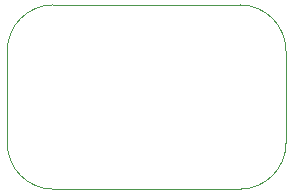
<source format=gko>
%TF.GenerationSoftware,KiCad,Pcbnew,4.0.5-e0-6337~49~ubuntu16.04.1*%
%TF.CreationDate,2017-07-08T22:41:08-07:00*%
%TF.ProjectId,2x3-RGB-LED-NeoPixel-SMT,3278332D5247422D4C45442D4E656F50,1.0*%
%TF.FileFunction,Profile,NP*%
%FSLAX46Y46*%
G04 Gerber Fmt 4.6, Leading zero omitted, Abs format (unit mm)*
G04 Created by KiCad (PCBNEW 4.0.5-e0-6337~49~ubuntu16.04.1) date Sat Jul  8 22:41:08 2017*
%MOMM*%
%LPD*%
G01*
G04 APERTURE LIST*
%ADD10C,0.350000*%
%ADD11C,0.040640*%
G04 APERTURE END LIST*
D10*
D11*
X30100000Y-29500000D02*
X14200000Y-29500000D01*
X30100000Y-45100000D02*
X14200000Y-45100000D01*
X33900000Y-41200000D02*
X33900000Y-33400000D01*
X10300000Y-41200000D02*
X10300000Y-33400000D01*
X33900000Y-33400000D02*
G75*
G03X30000000Y-29500000I-3900000J0D01*
G01*
X30000000Y-45100000D02*
G75*
G03X33900000Y-41200000I0J3900000D01*
G01*
X10300000Y-41200000D02*
G75*
G03X14200000Y-45100000I3900000J0D01*
G01*
X14200000Y-29500000D02*
G75*
G03X10300000Y-33400000I0J-3900000D01*
G01*
M02*

</source>
